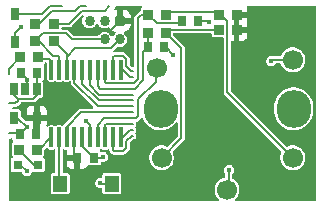
<source format=gtl>
%TF.GenerationSoftware,KiCad,Pcbnew,9.0.5*%
%TF.CreationDate,2025-10-03T12:10:51+01:00*%
%TF.ProjectId,vm_rotary_button,766d5f72-6f74-4617-9279-5f627574746f,0.4*%
%TF.SameCoordinates,PX5742de0PY47868c0*%
%TF.FileFunction,Copper,L1,Top*%
%TF.FilePolarity,Positive*%
%FSLAX45Y45*%
G04 Gerber Fmt 4.5, Leading zero omitted, Abs format (unit mm)*
G04 Created by KiCad (PCBNEW 9.0.5) date 2025-10-03 12:10:51*
%MOMM*%
%LPD*%
G01*
G04 APERTURE LIST*
G04 Aperture macros list*
%AMRoundRect*
0 Rectangle with rounded corners*
0 $1 Rounding radius*
0 $2 $3 $4 $5 $6 $7 $8 $9 X,Y pos of 4 corners*
0 Add a 4 corners polygon primitive as box body*
4,1,4,$2,$3,$4,$5,$6,$7,$8,$9,$2,$3,0*
0 Add four circle primitives for the rounded corners*
1,1,$1+$1,$2,$3*
1,1,$1+$1,$4,$5*
1,1,$1+$1,$6,$7*
1,1,$1+$1,$8,$9*
0 Add four rect primitives between the rounded corners*
20,1,$1+$1,$2,$3,$4,$5,0*
20,1,$1+$1,$4,$5,$6,$7,0*
20,1,$1+$1,$6,$7,$8,$9,0*
20,1,$1+$1,$8,$9,$2,$3,0*%
G04 Aperture macros list end*
%TA.AperFunction,SMDPad,CuDef*%
%ADD10C,0.125000*%
%TD*%
%TA.AperFunction,ComponentPad*%
%ADD11RoundRect,0.172720X-0.259080X-0.259080X0.259080X-0.259080X0.259080X0.259080X-0.259080X0.259080X0*%
%TD*%
%TA.AperFunction,ComponentPad*%
%ADD12C,0.863600*%
%TD*%
%TA.AperFunction,SMDPad,CuDef*%
%ADD13R,0.860000X0.810000*%
%TD*%
%TA.AperFunction,SMDPad,CuDef*%
%ADD14R,0.700000X1.000000*%
%TD*%
%TA.AperFunction,SMDPad,CuDef*%
%ADD15R,0.800000X0.800000*%
%TD*%
%TA.AperFunction,SMDPad,CuDef*%
%ADD16R,0.810000X0.860000*%
%TD*%
%TA.AperFunction,SMDPad,CuDef*%
%ADD17R,0.800000X0.900000*%
%TD*%
%TA.AperFunction,SMDPad,CuDef*%
%ADD18O,0.360000X1.740000*%
%TD*%
%TA.AperFunction,ComponentPad*%
%ADD19O,2.900000X3.200000*%
%TD*%
%TA.AperFunction,ComponentPad*%
%ADD20C,1.700000*%
%TD*%
%TA.AperFunction,SMDPad,CuDef*%
%ADD21R,1.230000X1.360000*%
%TD*%
%TA.AperFunction,SMDPad,CuDef*%
%ADD22R,0.750000X1.000000*%
%TD*%
%TA.AperFunction,ViaPad*%
%ADD23C,0.450000*%
%TD*%
%TA.AperFunction,Conductor*%
%ADD24C,0.200000*%
%TD*%
G04 APERTURE END LIST*
D10*
%TO.P,GS5,1,SWDIO~^*%
%TO.N,Net-(GS5-SWDIO~^)*%
X-450000Y825000D03*
%TD*%
%TO.P,GS3,1,JD_DATA*%
%TO.N,Net-(GS3-JD_DATA)*%
X-1300000Y250000D03*
%TD*%
D11*
%TO.P,J1,1,Vcc*%
%TO.N,+3V3*%
X-362500Y700000D03*
D12*
%TO.P,J1,2,SWDIO*%
%TO.N,/SWDIO*%
X-362500Y542520D03*
%TO.P,J1,3,GND*%
%TO.N,GND*%
X-489500Y700000D03*
%TO.P,J1,4,SWDCLK*%
%TO.N,/SWCLK*%
X-489500Y542520D03*
%TO.P,J1,5,~{RESET}*%
%TO.N,/nRESET*%
X-616500Y700000D03*
%TD*%
D13*
%TO.P,R7,1*%
%TO.N,/SWDIO*%
X-920000Y525000D03*
%TO.P,R7,2*%
%TO.N,Net-(GS5-SWDIO~^)*%
X-920000Y675000D03*
%TD*%
D10*
%TO.P,GS4,1,SWCLK*%
%TO.N,Net-(GS4-SWCLK)*%
X-650000Y825000D03*
%TD*%
D14*
%TO.P,U2,1,IN*%
%TO.N,JD_PWR*%
X-1065000Y120000D03*
%TO.P,U2,2,GND*%
%TO.N,GND*%
X-1160000Y120000D03*
%TO.P,U2,3,EN*%
%TO.N,JD_PWR*%
X-1255000Y120000D03*
%TO.P,U2,4,N/C*%
%TO.N,GND*%
X-1255000Y-120000D03*
%TO.P,U2,5,OUT*%
%TO.N,+3V3*%
X-1065000Y-120000D03*
%TD*%
D10*
%TO.P,GS6,1,RESET*%
%TO.N,Net-(D2-K)*%
X-850000Y825000D03*
%TD*%
D15*
%TO.P,D1,1*%
%TO.N,Net-(D1-Pad1)*%
X-1055000Y-520000D03*
%TO.P,D1,2*%
%TO.N,GND*%
X-1225000Y-520000D03*
%TD*%
D13*
%TO.P,R6,1*%
%TO.N,/SWCLK*%
X-1080000Y525000D03*
%TO.P,R6,2*%
%TO.N,Net-(GS4-SWCLK)*%
X-1080000Y675000D03*
%TD*%
D16*
%TO.P,R13,1*%
%TO.N,/ROT_B*%
X-122900Y600000D03*
%TO.P,R13,2*%
%TO.N,Net-(R10-Pad2)*%
X27100Y600000D03*
%TD*%
D17*
%TO.P,C3,1*%
%TO.N,+3V3*%
X-1070000Y-260000D03*
%TO.P,C3,2*%
%TO.N,GND*%
X-1210000Y-260000D03*
%TD*%
D18*
%TO.P,U1,1,PB7/PB8*%
%TO.N,/JD_STATUS*%
X-941000Y-287000D03*
%TO.P,U1,2,PB9/PC14-OSC32_IN*%
%TO.N,/nFLASH*%
X-876000Y-287000D03*
%TO.P,U1,3,PC15-OSC32_OUT*%
%TO.N,unconnected-(U1-PC15-OSC32_OUT-Pad3)*%
X-811000Y-287000D03*
%TO.P,U1,4,VDD/VDDA*%
%TO.N,+3V3*%
X-746000Y-287000D03*
%TO.P,U1,5,VSS/VSSA*%
%TO.N,GND*%
X-680000Y-287000D03*
%TO.P,U1,6,NRST*%
%TO.N,/nRESET*%
X-615000Y-287000D03*
%TO.P,U1,7,PA0*%
%TO.N,/ROT_SW*%
X-550000Y-287000D03*
%TO.P,U1,8,PA1*%
%TO.N,unconnected-(U1-PA1-Pad8)*%
X-485000Y-287000D03*
%TO.P,U1,9,PA2*%
%TO.N,unconnected-(U1-PA2-Pad9)*%
X-420000Y-287000D03*
%TO.P,U1,10,PA3*%
%TO.N,unconnected-(U1-PA3-Pad10)*%
X-355000Y-287000D03*
%TO.P,U1,11,PA4*%
%TO.N,unconnected-(U1-PA4-Pad11)*%
X-355000Y287000D03*
%TO.P,U1,12,PA5*%
%TO.N,unconnected-(U1-PA5-Pad12)*%
X-420000Y287000D03*
%TO.P,U1,13,PA6*%
%TO.N,/ROT_A*%
X-485000Y287000D03*
%TO.P,U1,14,PA7*%
%TO.N,/ROT_B*%
X-550000Y287000D03*
%TO.P,U1,15,PB0/PB1/PB2/PA8*%
%TO.N,unconnected-(U1-PB0{slash}PB1{slash}PB2{slash}PA8-Pad15)*%
X-615000Y287000D03*
%TO.P,U1,16,PA11[PA9]*%
%TO.N,unconnected-(U1-PA11[PA9]-Pad16)*%
X-680000Y287000D03*
%TO.P,U1,17,PA12[PA10]*%
%TO.N,unconnected-(U1-PA12[PA10]-Pad17)*%
X-746000Y287000D03*
%TO.P,U1,18,PA13*%
%TO.N,/SWDIO*%
X-811000Y287000D03*
%TO.P,U1,19,PA15/PA14-BOOT0*%
%TO.N,/SWCLK*%
X-876000Y287000D03*
%TO.P,U1,20,PB3/PB4/PB5/PB6*%
%TO.N,/JD_DATA_MCU*%
X-941000Y287000D03*
%TD*%
D19*
%TO.P,SW2,6,6*%
%TO.N,unconnected-(SW2-Pad6)*%
X1110100Y-45000D03*
%TO.P,SW2,7,7*%
%TO.N,unconnected-(SW2-Pad7)*%
X-14900Y-45000D03*
D20*
%TO.P,SW2,A,A*%
%TO.N,Net-(R11-Pad2)*%
X1102100Y-460000D03*
%TO.P,SW2,B,B*%
%TO.N,Net-(R10-Pad2)*%
X-7900Y-460000D03*
%TO.P,SW2,C,C*%
%TO.N,GND*%
X1102100Y370000D03*
%TO.P,SW2,D,D*%
%TO.N,/ROT_SW*%
X-47900Y300000D03*
%TO.P,SW2,E,E*%
%TO.N,GND*%
X547100Y-730000D03*
%TD*%
D16*
%TO.P,R12,1*%
%TO.N,/ROT_A*%
X-122900Y750000D03*
%TO.P,R12,2*%
%TO.N,Net-(R11-Pad2)*%
X27100Y750000D03*
%TD*%
D17*
%TO.P,C5,1*%
%TO.N,GND*%
X17000Y475000D03*
%TO.P,C5,2*%
%TO.N,/ROT_B*%
X-123000Y475000D03*
%TD*%
D21*
%TO.P,SW1,1,1*%
%TO.N,GND*%
X-430000Y-680000D03*
%TO.P,SW1,2,2*%
%TO.N,/nFLASH*%
X-866000Y-680000D03*
%TD*%
D10*
%TO.P,GS2,1,GND*%
%TO.N,GND*%
X-1300000Y-250000D03*
%TD*%
D16*
%TO.P,R10,1*%
%TO.N,+3V3*%
X627100Y625000D03*
%TO.P,R10,2*%
%TO.N,Net-(R10-Pad2)*%
X477100Y625000D03*
%TD*%
%TO.P,R11,1*%
%TO.N,+3V3*%
X627100Y750000D03*
%TO.P,R11,2*%
%TO.N,Net-(R11-Pad2)*%
X477100Y750000D03*
%TD*%
%TO.P,R5,1*%
%TO.N,/JD_DATA_MCU*%
X-1055000Y390000D03*
%TO.P,R5,2*%
%TO.N,Net-(GS3-JD_DATA)*%
X-1205000Y390000D03*
%TD*%
D17*
%TO.P,C1,1*%
%TO.N,+3V3*%
X-720000Y-460000D03*
%TO.P,C1,2*%
%TO.N,GND*%
X-580000Y-460000D03*
%TD*%
D10*
%TO.P,GS1,1,JD_PWR*%
%TO.N,JD_PWR*%
X-1300000Y0D03*
%TD*%
D17*
%TO.P,C2,1*%
%TO.N,JD_PWR*%
X-1060000Y260000D03*
%TO.P,C2,2*%
%TO.N,GND*%
X-1200000Y260000D03*
%TD*%
D16*
%TO.P,R1,1*%
%TO.N,/JD_STATUS*%
X-1065000Y-390000D03*
%TO.P,R1,2*%
%TO.N,Net-(D1-Pad1)*%
X-1215000Y-390000D03*
%TD*%
D17*
%TO.P,C4,1*%
%TO.N,/ROT_A*%
X162000Y700000D03*
%TO.P,C4,2*%
%TO.N,GND*%
X302000Y700000D03*
%TD*%
D22*
%TO.P,D2,1,K*%
%TO.N,Net-(D2-K)*%
X-1250000Y757000D03*
%TO.P,D2,2,A*%
%TO.N,/nRESET*%
X-1250000Y523000D03*
%TD*%
D23*
%TO.N,GND*%
X562100Y-560000D03*
X-1150000Y200000D03*
X-500000Y-450000D03*
X-1150000Y-575000D03*
X-525000Y-675000D03*
X-1150000Y-200000D03*
X92100Y410000D03*
X922100Y360000D03*
X392100Y690000D03*
%TO.N,+3V3*%
X-810000Y30000D03*
X-737500Y615800D03*
X-720000Y-600000D03*
%TO.N,/nRESET*%
X-650000Y-150000D03*
X-1200000Y650000D03*
%TD*%
D24*
%TO.N,GND*%
X1102100Y370000D02*
X932100Y370000D01*
X27100Y475000D02*
X92100Y410000D01*
X-1150000Y200000D02*
X-1150000Y210000D01*
X-520000Y-680000D02*
X-525000Y-675000D01*
X17100Y475000D02*
X27100Y475000D01*
X-1255000Y-120000D02*
X-1230000Y-120000D01*
X382100Y700000D02*
X392100Y690000D01*
X-1150000Y-200000D02*
X-1210000Y-260000D01*
X-1230000Y-120000D02*
X-1150000Y-200000D01*
X562100Y-715000D02*
X547100Y-730000D01*
X562100Y-560000D02*
X562100Y-715000D01*
X-1150000Y130000D02*
X-1160000Y120000D01*
X-1205000Y-520000D02*
X-1150000Y-575000D01*
X-580000Y-460000D02*
X-510000Y-460000D01*
X-680000Y-360000D02*
X-580000Y-460000D01*
X-1300000Y-250000D02*
X-1220000Y-250000D01*
X-1150000Y210000D02*
X-1200000Y260000D01*
X932100Y370000D02*
X922100Y360000D01*
X-680000Y-287000D02*
X-680000Y-360000D01*
X-1150000Y200000D02*
X-1150000Y130000D01*
X-1225000Y-520000D02*
X-1205000Y-520000D01*
X-1220000Y-250000D02*
X-1210000Y-260000D01*
X-430000Y-680000D02*
X-520000Y-680000D01*
X302100Y700000D02*
X382100Y700000D01*
X-510000Y-460000D02*
X-500000Y-450000D01*
%TO.N,+3V3*%
X-1065000Y-120000D02*
X-1065000Y-255000D01*
X-446700Y615800D02*
X-737500Y615800D01*
X-362500Y700000D02*
X-446700Y615800D01*
X-746000Y-434000D02*
X-720000Y-460000D01*
X-746000Y-287000D02*
X-746000Y-434000D01*
X627100Y750000D02*
X627100Y625000D01*
X-1065000Y-255000D02*
X-1070000Y-260000D01*
X-1045000Y-115000D02*
X-1045000Y-120000D01*
%TO.N,Net-(D1-Pad1)*%
X-1085000Y-520000D02*
X-1055000Y-520000D01*
X-1215000Y-390000D02*
X-1085000Y-520000D01*
%TO.N,/SWDIO*%
X-438390Y466630D02*
X-738370Y466630D01*
X-362500Y542520D02*
X-438390Y466630D01*
X-920000Y525000D02*
X-811000Y416000D01*
X-738370Y466630D02*
X-811000Y394000D01*
X-811000Y394000D02*
X-811000Y287000D01*
X-811000Y416000D02*
X-811000Y287000D01*
%TO.N,/SWCLK*%
X-1009400Y595600D02*
X-1080000Y525000D01*
X-766766Y542520D02*
X-489500Y542520D01*
X-876000Y394000D02*
X-876000Y287000D01*
X-925400Y404100D02*
X-886100Y404100D01*
X-1046300Y525000D02*
X-925400Y404100D01*
X-1060000Y525000D02*
X-1046300Y525000D01*
X-886100Y404100D02*
X-876000Y394000D01*
X-819846Y595600D02*
X-1009400Y595600D01*
X-819846Y595600D02*
X-766766Y542520D01*
%TO.N,/nRESET*%
X-615000Y-287000D02*
X-615000Y-185000D01*
X-615000Y-185000D02*
X-650000Y-150000D01*
X-1250000Y600000D02*
X-1200000Y650000D01*
X-1250000Y523000D02*
X-1250000Y600000D01*
%TO.N,/JD_STATUS*%
X-1065000Y-390000D02*
X-1044000Y-390000D01*
X-1044000Y-390000D02*
X-941000Y-287000D01*
%TO.N,/nFLASH*%
X-876000Y-287000D02*
X-876000Y-670000D01*
X-876000Y-670000D02*
X-866000Y-680000D01*
%TO.N,unconnected-(U1-PA5-Pad12)*%
X-268431Y275000D02*
X-250000Y275000D01*
X-420000Y394000D02*
X-409900Y404100D01*
X-409900Y404100D02*
X-335076Y404100D01*
X-306900Y375924D02*
X-306900Y313469D01*
X-420000Y287000D02*
X-420000Y394000D01*
X-306900Y313469D02*
X-268431Y275000D01*
X-335076Y404100D02*
X-306900Y375924D01*
%TO.N,unconnected-(U1-PC15-OSC32_OUT-Pad3)*%
X-690500Y-75000D02*
X-250000Y-75000D01*
X-811000Y-287000D02*
X-811000Y-195500D01*
X-811000Y-195500D02*
X-690500Y-75000D01*
%TO.N,unconnected-(U1-PA2-Pad9)*%
X-335076Y-404100D02*
X-306900Y-375924D01*
X-306900Y-375924D02*
X-306900Y-319973D01*
X-261927Y-275000D02*
X-250000Y-275000D01*
X-420000Y-287000D02*
X-420000Y-394000D01*
X-420000Y-394000D02*
X-409900Y-404100D01*
X-409900Y-404100D02*
X-335076Y-404100D01*
X-306900Y-319973D02*
X-261927Y-275000D01*
%TO.N,unconnected-(U1-PA1-Pad8)*%
X-330100Y-169900D02*
X-325000Y-175000D01*
X-485000Y-180000D02*
X-474900Y-169900D01*
X-474900Y-169900D02*
X-330100Y-169900D01*
X-325000Y-175000D02*
X-250000Y-175000D01*
X-485000Y-287000D02*
X-485000Y-180000D01*
%TO.N,unconnected-(U1-PA11[PA9]-Pad16)*%
X-680000Y165000D02*
X-540000Y25000D01*
X-540000Y25000D02*
X-250000Y25000D01*
X-680000Y287000D02*
X-680000Y165000D01*
%TO.N,unconnected-(U1-PB0{slash}PB1{slash}PB2{slash}PA8-Pad15)*%
X-615000Y156710D02*
X-533290Y75000D01*
X-533290Y75000D02*
X-250000Y75000D01*
X-615000Y287000D02*
X-615000Y156710D01*
%TO.N,unconnected-(U1-PA3-Pad10)*%
X-355000Y-287000D02*
X-337000Y-287000D01*
X-275000Y-225000D02*
X-250000Y-225000D01*
X-337000Y-287000D02*
X-275000Y-225000D01*
%TO.N,unconnected-(U1-PA12[PA10]-Pad17)*%
X-746000Y171000D02*
X-550000Y-25000D01*
X-550000Y-25000D02*
X-250000Y-25000D01*
X-746000Y287000D02*
X-746000Y171000D01*
%TO.N,unconnected-(U1-PA4-Pad11)*%
X-337000Y287000D02*
X-275000Y225000D01*
X-275000Y225000D02*
X-250000Y225000D01*
X-355000Y287000D02*
X-337000Y287000D01*
%TO.N,JD_PWR*%
X-1225100Y39900D02*
X-1200000Y39900D01*
X-1065000Y69800D02*
X-1065000Y120000D01*
X-1225100Y24900D02*
X-1250000Y0D01*
X-1094900Y39900D02*
X-1065000Y69800D01*
X-1065000Y120000D02*
X-1065000Y255000D01*
X-1225100Y39900D02*
X-1225100Y24900D01*
X-1255000Y120000D02*
X-1255000Y69800D01*
X-1255000Y69800D02*
X-1225100Y39900D01*
X-1200000Y39900D02*
X-1094900Y39900D01*
X-1065000Y255000D02*
X-1060000Y260000D01*
X-1300000Y0D02*
X-1250000Y0D01*
%TO.N,Net-(GS3-JD_DATA)*%
X-1300000Y295000D02*
X-1300000Y250000D01*
X-1205000Y390000D02*
X-1300000Y295000D01*
%TO.N,/JD_DATA_MCU*%
X-950000Y370000D02*
X-950000Y296000D01*
X-959800Y379800D02*
X-950000Y370000D01*
X-1044800Y379800D02*
X-959800Y379800D01*
X-950000Y296000D02*
X-941000Y287000D01*
X-1055000Y390000D02*
X-1044800Y379800D01*
%TO.N,Net-(D2-K)*%
X-954527Y825000D02*
X-850000Y825000D01*
X-1022527Y757000D02*
X-954527Y825000D01*
X-1250000Y757000D02*
X-1022527Y757000D01*
%TO.N,Net-(GS4-SWCLK)*%
X-1080000Y675000D02*
X-1047959Y675000D01*
X-1047959Y675000D02*
X-938059Y784900D01*
X-699451Y825000D02*
X-650000Y825000D01*
X-739551Y784900D02*
X-699451Y825000D01*
X-938059Y784900D02*
X-739551Y784900D01*
%TO.N,Net-(GS5-SWDIO~^)*%
X-920000Y675000D02*
X-792882Y675000D01*
X-792882Y675000D02*
X-682982Y784900D01*
X-490100Y784900D02*
X-450000Y825000D01*
X-682982Y784900D02*
X-490100Y784900D01*
%TO.N,/ROT_A*%
X-207800Y208390D02*
X-241190Y175000D01*
X-330100Y169900D02*
X-474900Y169900D01*
X-122900Y750000D02*
X-49800Y676900D01*
X-49800Y676900D02*
X139000Y676900D01*
X-122900Y750000D02*
X-183400Y750000D01*
X139000Y676900D02*
X162100Y700000D01*
X-183400Y750000D02*
X-207800Y725600D01*
X-325000Y175000D02*
X-330100Y169900D01*
X-241190Y175000D02*
X-325000Y175000D01*
X-207800Y725600D02*
X-207800Y208390D01*
X-474900Y169900D02*
X-485000Y180000D01*
X-485000Y180000D02*
X-485000Y287000D01*
%TO.N,/ROT_B*%
X-163000Y434900D02*
X-163000Y196480D01*
X-122900Y625000D02*
X-122900Y500000D01*
X-122900Y475000D02*
X-163000Y434900D01*
X-526580Y125000D02*
X-550000Y148420D01*
X-163000Y196480D02*
X-234480Y125000D01*
X-550000Y148420D02*
X-550000Y287000D01*
X-234480Y125000D02*
X-526580Y125000D01*
%TO.N,Net-(R11-Pad2)*%
X495800Y750000D02*
X477100Y750000D01*
X547700Y698100D02*
X495800Y750000D01*
X27100Y750000D02*
X52200Y775100D01*
X52200Y775100D02*
X452000Y775100D01*
X547700Y94400D02*
X547700Y698100D01*
X1102100Y-460000D02*
X547700Y94400D01*
X452000Y775100D02*
X477100Y750000D01*
%TO.N,Net-(R10-Pad2)*%
X160200Y466900D02*
X27100Y600000D01*
X160200Y-291900D02*
X160200Y466900D01*
X-7900Y-460000D02*
X160200Y-291900D01*
X27100Y625000D02*
X477100Y625000D01*
%TO.N,/ROT_SW*%
X-550000Y-180000D02*
X-550000Y-287000D01*
X-57900Y184629D02*
X-207800Y34729D01*
X-207800Y-107800D02*
X-225000Y-125000D01*
X-207800Y34729D02*
X-207800Y-107800D01*
X-225000Y-125000D02*
X-495000Y-125000D01*
X-495000Y-125000D02*
X-550000Y-180000D01*
X-57900Y300000D02*
X-57900Y184629D01*
%TD*%
%TA.AperFunction,Conductor*%
%TO.N,+3V3*%
G36*
X1297783Y822783D02*
G01*
X1299950Y817550D01*
X1299950Y-817550D01*
X1297783Y-822783D01*
X1292550Y-824950D01*
X618477Y-824950D01*
X613244Y-822783D01*
X611077Y-817550D01*
X613244Y-812317D01*
X613807Y-811856D01*
X613785Y-811828D01*
X614066Y-811598D01*
X628698Y-796966D01*
X628698Y-796965D01*
X640194Y-779760D01*
X648113Y-760642D01*
X652150Y-740346D01*
X652150Y-719653D01*
X648113Y-699358D01*
X640194Y-680240D01*
X628698Y-663035D01*
X614066Y-648402D01*
X596860Y-636906D01*
X596860Y-636906D01*
X596859Y-636906D01*
X596858Y-636905D01*
X596717Y-636847D01*
X596681Y-636810D01*
X596538Y-636734D01*
X596561Y-636691D01*
X592713Y-632841D01*
X592150Y-630010D01*
X592150Y-593190D01*
X594317Y-587957D01*
X596149Y-586126D01*
X601750Y-576424D01*
X604650Y-565602D01*
X604650Y-565602D01*
X604650Y-554398D01*
X604650Y-554398D01*
X604640Y-554360D01*
X601750Y-543576D01*
X596149Y-533874D01*
X588226Y-525952D01*
X586665Y-525050D01*
X578524Y-520350D01*
X578523Y-520349D01*
X567702Y-517450D01*
X567702Y-517450D01*
X556498Y-517450D01*
X556498Y-517450D01*
X545677Y-520349D01*
X545676Y-520350D01*
X535974Y-525952D01*
X528052Y-533874D01*
X522450Y-543576D01*
X522449Y-543577D01*
X519550Y-554398D01*
X519550Y-565602D01*
X522449Y-576423D01*
X522450Y-576424D01*
X528052Y-586126D01*
X529883Y-587957D01*
X532050Y-593190D01*
X532050Y-619812D01*
X529883Y-625045D01*
X526094Y-627070D01*
X516458Y-628987D01*
X516458Y-628987D01*
X497340Y-636906D01*
X480134Y-648402D01*
X480134Y-648402D01*
X465502Y-663034D01*
X465502Y-663035D01*
X454006Y-680240D01*
X446087Y-699358D01*
X446087Y-699359D01*
X442050Y-719653D01*
X442050Y-740346D01*
X446087Y-760641D01*
X446087Y-760642D01*
X454006Y-779760D01*
X465502Y-796965D01*
X480134Y-811598D01*
X480415Y-811828D01*
X480252Y-812027D01*
X482979Y-816099D01*
X481880Y-821655D01*
X477174Y-824806D01*
X475723Y-824950D01*
X-1292550Y-824950D01*
X-1297783Y-822783D01*
X-1299950Y-817550D01*
X-1299950Y-306914D01*
X-1297783Y-301682D01*
X-1293921Y-299778D01*
X-1293942Y-299698D01*
X-1293540Y-299590D01*
X-1293515Y-299578D01*
X-1293475Y-299572D01*
X-1293474Y-299572D01*
X-1280866Y-296194D01*
X-1280865Y-296194D01*
X-1280418Y-296008D01*
X-1280318Y-296249D01*
X-1275536Y-295618D01*
X-1271042Y-299065D01*
X-1270050Y-302767D01*
X-1270050Y-306975D01*
X-1268887Y-312823D01*
X-1264218Y-319811D01*
X-1263113Y-325366D01*
X-1266259Y-330075D01*
X-1269955Y-332545D01*
X-1269955Y-332545D01*
X-1274387Y-339177D01*
X-1274387Y-339177D01*
X-1275550Y-345025D01*
X-1275550Y-434975D01*
X-1275059Y-437444D01*
X-1274387Y-440823D01*
X-1273302Y-442447D01*
X-1269955Y-447455D01*
X-1269716Y-447615D01*
X-1269556Y-447854D01*
X-1269440Y-447970D01*
X-1269463Y-447993D01*
X-1266569Y-452324D01*
X-1267674Y-457879D01*
X-1272383Y-461026D01*
X-1272500Y-461049D01*
X-1272823Y-461113D01*
X-1279455Y-465545D01*
X-1279455Y-465545D01*
X-1283887Y-472177D01*
X-1285050Y-478025D01*
X-1285050Y-561975D01*
X-1283887Y-567823D01*
X-1280939Y-572234D01*
X-1279455Y-574455D01*
X-1275044Y-577403D01*
X-1272823Y-578887D01*
X-1272823Y-578887D01*
X-1272823Y-578887D01*
X-1266975Y-580050D01*
X-1198376Y-580050D01*
X-1193144Y-582217D01*
X-1191228Y-585535D01*
X-1189651Y-591423D01*
X-1189650Y-591424D01*
X-1186116Y-597545D01*
X-1184049Y-601126D01*
X-1176126Y-609049D01*
X-1166424Y-614650D01*
X-1155602Y-617550D01*
X-1155602Y-617550D01*
X-1155602Y-617550D01*
X-1144398Y-617550D01*
X-1144398Y-617550D01*
X-1133576Y-614650D01*
X-1123874Y-609049D01*
X-1115952Y-601126D01*
X-1110350Y-591424D01*
X-1108573Y-584794D01*
X-1105126Y-580301D01*
X-1099982Y-579452D01*
X-1096975Y-580050D01*
X-1096975Y-580050D01*
X-1013025Y-580050D01*
X-1013025Y-580050D01*
X-1007177Y-578887D01*
X-1000545Y-574455D01*
X-996113Y-567823D01*
X-994950Y-561975D01*
X-994950Y-478025D01*
X-996113Y-472177D01*
X-997336Y-470346D01*
X-999957Y-466424D01*
X-1000545Y-465545D01*
X-1002766Y-464061D01*
X-1007177Y-461113D01*
X-1007177Y-461113D01*
X-1007462Y-461056D01*
X-1007617Y-461026D01*
X-1012326Y-457879D01*
X-1013431Y-452324D01*
X-1010537Y-447993D01*
X-1010560Y-447970D01*
X-1010444Y-447854D01*
X-1010284Y-447615D01*
X-1010045Y-447455D01*
X-1005613Y-440823D01*
X-1004450Y-434975D01*
X-1004450Y-396012D01*
X-1002283Y-390780D01*
X-985374Y-373871D01*
X-980142Y-371704D01*
X-974909Y-373871D01*
X-973733Y-375404D01*
X-972002Y-378402D01*
X-971448Y-379363D01*
X-964363Y-386448D01*
X-955687Y-391457D01*
X-946010Y-394050D01*
X-946010Y-394050D01*
X-946009Y-394050D01*
X-935990Y-394050D01*
X-935990Y-394050D01*
X-926313Y-391457D01*
X-919499Y-387522D01*
X-917217Y-386205D01*
X-917072Y-386456D01*
X-912487Y-385225D01*
X-907581Y-388055D01*
X-906050Y-392562D01*
X-906050Y-584550D01*
X-908217Y-589783D01*
X-913450Y-591950D01*
X-929475Y-591950D01*
X-932399Y-592532D01*
X-935323Y-593113D01*
X-941955Y-597545D01*
X-941955Y-597545D01*
X-946387Y-604177D01*
X-947550Y-610025D01*
X-947550Y-749975D01*
X-946387Y-755823D01*
X-943439Y-760234D01*
X-941955Y-762455D01*
X-937544Y-765403D01*
X-935323Y-766887D01*
X-935323Y-766887D01*
X-935323Y-766887D01*
X-929475Y-768050D01*
X-929475Y-768050D01*
X-802525Y-768050D01*
X-802525Y-768050D01*
X-796677Y-766887D01*
X-790045Y-762455D01*
X-785613Y-755823D01*
X-784450Y-749975D01*
X-784450Y-669398D01*
X-567550Y-669398D01*
X-567550Y-680602D01*
X-564651Y-691423D01*
X-564650Y-691424D01*
X-564650Y-691424D01*
X-559049Y-701126D01*
X-551126Y-709048D01*
X-541424Y-714650D01*
X-530602Y-717550D01*
X-530602Y-717550D01*
X-518950Y-717550D01*
X-513717Y-719717D01*
X-511550Y-724950D01*
X-511550Y-749975D01*
X-510387Y-755823D01*
X-507439Y-760234D01*
X-505955Y-762455D01*
X-501544Y-765403D01*
X-499323Y-766887D01*
X-499323Y-766887D01*
X-499323Y-766887D01*
X-493475Y-768050D01*
X-493475Y-768050D01*
X-366525Y-768050D01*
X-366525Y-768050D01*
X-360677Y-766887D01*
X-354045Y-762455D01*
X-349613Y-755823D01*
X-348450Y-749975D01*
X-348450Y-610025D01*
X-349613Y-604177D01*
X-354045Y-597545D01*
X-356266Y-596061D01*
X-360677Y-593113D01*
X-360677Y-593113D01*
X-363601Y-592532D01*
X-366525Y-591950D01*
X-493475Y-591950D01*
X-496399Y-592532D01*
X-499323Y-593113D01*
X-505955Y-597545D01*
X-505955Y-597545D01*
X-510387Y-604177D01*
X-511550Y-610025D01*
X-511550Y-625050D01*
X-513717Y-630283D01*
X-518950Y-632450D01*
X-530602Y-632450D01*
X-541423Y-635350D01*
X-541424Y-635350D01*
X-551126Y-640952D01*
X-559049Y-648874D01*
X-564650Y-658576D01*
X-564651Y-658577D01*
X-567550Y-669398D01*
X-784450Y-669398D01*
X-784450Y-610025D01*
X-785613Y-604177D01*
X-790045Y-597545D01*
X-792266Y-596061D01*
X-796677Y-593113D01*
X-796677Y-593113D01*
X-799601Y-592532D01*
X-802525Y-591950D01*
X-802525Y-591950D01*
X-838550Y-591950D01*
X-843783Y-589783D01*
X-845950Y-584550D01*
X-845950Y-509783D01*
X-810000Y-509783D01*
X-809360Y-515737D01*
X-809360Y-515738D01*
X-804335Y-529209D01*
X-804335Y-529209D01*
X-795719Y-540719D01*
X-784209Y-549335D01*
X-784209Y-549335D01*
X-770738Y-554360D01*
X-770738Y-554360D01*
X-764783Y-555000D01*
X-745000Y-555000D01*
X-745000Y-485000D01*
X-810000Y-485000D01*
X-810000Y-509783D01*
X-845950Y-509783D01*
X-845950Y-392562D01*
X-843783Y-387330D01*
X-838550Y-385162D01*
X-834898Y-386403D01*
X-834783Y-386205D01*
X-832501Y-387522D01*
X-825687Y-391457D01*
X-816009Y-394050D01*
X-816009Y-394050D01*
X-815529Y-394113D01*
X-815556Y-394320D01*
X-810976Y-396217D01*
X-808809Y-401450D01*
X-809275Y-404036D01*
X-809360Y-404262D01*
X-810000Y-410217D01*
X-810000Y-435000D01*
X-727400Y-435000D01*
X-722167Y-437167D01*
X-720000Y-442400D01*
X-720000Y-460000D01*
X-702400Y-460000D01*
X-697167Y-462167D01*
X-695000Y-467400D01*
X-695000Y-555000D01*
X-675217Y-555000D01*
X-669263Y-554360D01*
X-669262Y-554360D01*
X-655791Y-549335D01*
X-655791Y-549335D01*
X-644281Y-540719D01*
X-635665Y-529209D01*
X-635476Y-528703D01*
X-631617Y-524558D01*
X-627099Y-524031D01*
X-621975Y-525050D01*
X-621975Y-525050D01*
X-538025Y-525050D01*
X-538025Y-525050D01*
X-532177Y-523887D01*
X-525545Y-519455D01*
X-521113Y-512823D01*
X-519950Y-506975D01*
X-519950Y-498349D01*
X-517783Y-493117D01*
X-512550Y-490949D01*
X-510635Y-491201D01*
X-507001Y-492175D01*
X-505602Y-492550D01*
X-505602Y-492550D01*
X-505602Y-492550D01*
X-494398Y-492550D01*
X-494398Y-492550D01*
X-483576Y-489650D01*
X-473874Y-484048D01*
X-465951Y-476126D01*
X-460350Y-466424D01*
X-457450Y-455602D01*
X-457450Y-455602D01*
X-457450Y-444398D01*
X-457450Y-444398D01*
X-458408Y-440823D01*
X-460350Y-433576D01*
X-465951Y-423874D01*
X-473874Y-415951D01*
X-476879Y-414216D01*
X-483576Y-410350D01*
X-483577Y-410349D01*
X-489796Y-408683D01*
X-489797Y-408683D01*
X-494398Y-407450D01*
X-505602Y-407450D01*
X-513481Y-409561D01*
X-514752Y-409394D01*
X-515970Y-409791D01*
X-517199Y-409072D01*
X-519096Y-408822D01*
X-521019Y-407224D01*
X-521305Y-406891D01*
X-525545Y-400545D01*
X-528323Y-398688D01*
X-528986Y-397913D01*
X-529572Y-396117D01*
X-530621Y-394546D01*
X-530418Y-393521D01*
X-530741Y-392529D01*
X-529885Y-390844D01*
X-529516Y-388991D01*
X-528422Y-387966D01*
X-528175Y-387480D01*
X-527757Y-387344D01*
X-527063Y-386694D01*
X-526637Y-386448D01*
X-522733Y-382543D01*
X-517500Y-380376D01*
X-512267Y-382543D01*
X-508363Y-386448D01*
X-499687Y-391457D01*
X-495166Y-392668D01*
X-490009Y-394050D01*
X-487557Y-394050D01*
X-479990Y-394050D01*
X-479990Y-394050D01*
X-470313Y-391457D01*
X-463499Y-387522D01*
X-461217Y-386205D01*
X-461072Y-386456D01*
X-456487Y-385225D01*
X-451581Y-388055D01*
X-450050Y-392562D01*
X-450050Y-397956D01*
X-448002Y-405598D01*
X-448002Y-405599D01*
X-447064Y-407224D01*
X-445259Y-410350D01*
X-444046Y-412451D01*
X-428351Y-428146D01*
X-428351Y-428146D01*
X-428351Y-428146D01*
X-423535Y-430927D01*
X-421499Y-432102D01*
X-413856Y-434150D01*
X-413856Y-434150D01*
X-331120Y-434150D01*
X-331120Y-434150D01*
X-323477Y-432102D01*
X-316625Y-428146D01*
X-311030Y-422551D01*
X-282854Y-394375D01*
X-280354Y-390044D01*
X-278898Y-387523D01*
X-276850Y-379880D01*
X-276850Y-379880D01*
X-276850Y-335485D01*
X-274683Y-330252D01*
X-251648Y-307217D01*
X-246415Y-305050D01*
X-246044Y-305050D01*
X-246044Y-305050D01*
X-238401Y-303002D01*
X-231549Y-299046D01*
X-225954Y-293451D01*
X-221998Y-286599D01*
X-219950Y-278956D01*
X-219950Y-278956D01*
X-219950Y-271044D01*
X-219950Y-271044D01*
X-221998Y-263401D01*
X-221998Y-263401D01*
X-225954Y-256549D01*
X-227270Y-255233D01*
X-229438Y-250000D01*
X-227270Y-244767D01*
X-225954Y-243451D01*
X-221998Y-236599D01*
X-219950Y-228956D01*
X-219950Y-228956D01*
X-219950Y-221044D01*
X-219950Y-221043D01*
X-221998Y-213401D01*
X-221998Y-213401D01*
X-223770Y-210332D01*
X-225954Y-206549D01*
X-227270Y-205233D01*
X-229438Y-200000D01*
X-227270Y-194767D01*
X-226742Y-194239D01*
X-225954Y-193451D01*
X-221998Y-186599D01*
X-219950Y-178956D01*
X-219950Y-178956D01*
X-219950Y-171044D01*
X-219950Y-171044D01*
X-220052Y-170664D01*
X-221998Y-163401D01*
X-222106Y-162996D01*
X-221367Y-157381D01*
X-216874Y-153933D01*
X-214943Y-153415D01*
X-213401Y-153002D01*
X-206549Y-149046D01*
X-183754Y-126251D01*
X-182083Y-123357D01*
X-181291Y-121985D01*
X-176798Y-118537D01*
X-171183Y-119276D01*
X-168064Y-123127D01*
X-167969Y-123088D01*
X-167858Y-123357D01*
X-156064Y-146505D01*
X-156063Y-146505D01*
X-140794Y-167522D01*
X-140793Y-167523D01*
X-122423Y-185893D01*
X-122423Y-185893D01*
X-122422Y-185893D01*
X-102257Y-200545D01*
X-101405Y-201163D01*
X-78257Y-212958D01*
X-78257Y-212958D01*
X-78257Y-212958D01*
X-53550Y-220986D01*
X-53550Y-220986D01*
X-53549Y-220986D01*
X-36443Y-223695D01*
X-27890Y-225050D01*
X-27890Y-225050D01*
X-1910Y-225050D01*
X4505Y-224034D01*
X23749Y-220986D01*
X23750Y-220986D01*
X23750Y-220986D01*
X37791Y-216424D01*
X48457Y-212958D01*
X71605Y-201163D01*
X92623Y-185893D01*
X110993Y-167523D01*
X116763Y-159581D01*
X121592Y-156622D01*
X127100Y-157944D01*
X130059Y-162773D01*
X130150Y-163930D01*
X130150Y-276388D01*
X127983Y-281620D01*
X45948Y-363655D01*
X40715Y-365822D01*
X37884Y-365259D01*
X22742Y-358987D01*
X22741Y-358987D01*
X7452Y-355945D01*
X2447Y-354950D01*
X-18247Y-354950D01*
X-22261Y-355749D01*
X-38541Y-358987D01*
X-38542Y-358987D01*
X-57660Y-366906D01*
X-74866Y-378402D01*
X-74866Y-378402D01*
X-89498Y-393034D01*
X-89498Y-393034D01*
X-100994Y-410240D01*
X-108913Y-429358D01*
X-108913Y-429359D01*
X-111194Y-440823D01*
X-112950Y-449653D01*
X-112950Y-470346D01*
X-112586Y-472177D01*
X-108913Y-490641D01*
X-108913Y-490642D01*
X-100994Y-509760D01*
X-90175Y-525952D01*
X-89498Y-526966D01*
X-74866Y-541598D01*
X-57660Y-553094D01*
X-38542Y-561013D01*
X-18247Y-565050D01*
X-18246Y-565050D01*
X2446Y-565050D01*
X2447Y-565050D01*
X22742Y-561013D01*
X41860Y-553094D01*
X59065Y-541598D01*
X73698Y-526966D01*
X85194Y-509760D01*
X93113Y-490642D01*
X97150Y-470346D01*
X97150Y-449653D01*
X93113Y-429358D01*
X86841Y-414216D01*
X86841Y-408553D01*
X88445Y-406152D01*
X184246Y-310351D01*
X187075Y-305451D01*
X188202Y-303499D01*
X190250Y-295856D01*
X190250Y-295856D01*
X190250Y470856D01*
X190250Y470856D01*
X190205Y471025D01*
X189126Y475050D01*
X188202Y478499D01*
X188202Y478499D01*
X184246Y485351D01*
X89817Y579780D01*
X87650Y585012D01*
X87650Y587550D01*
X89817Y592783D01*
X95050Y594950D01*
X409150Y594950D01*
X414383Y592783D01*
X416550Y587550D01*
X416550Y580025D01*
X417325Y576126D01*
X417713Y574177D01*
X419661Y571262D01*
X422145Y567545D01*
X423041Y566946D01*
X428777Y563113D01*
X428777Y563113D01*
X428777Y563113D01*
X434625Y561950D01*
X510250Y561950D01*
X515483Y559783D01*
X517650Y554550D01*
X517650Y90444D01*
X519698Y82802D01*
X519698Y82801D01*
X522745Y77523D01*
X522745Y77523D01*
X523654Y75949D01*
X523654Y75949D01*
X1005755Y-406152D01*
X1007922Y-411384D01*
X1007359Y-414216D01*
X1001087Y-429358D01*
X1001087Y-429359D01*
X998806Y-440823D01*
X997050Y-449653D01*
X997050Y-470346D01*
X997414Y-472177D01*
X1001087Y-490641D01*
X1001087Y-490642D01*
X1009006Y-509760D01*
X1019825Y-525952D01*
X1020502Y-526966D01*
X1035134Y-541598D01*
X1052340Y-553094D01*
X1071458Y-561013D01*
X1091754Y-565050D01*
X1091754Y-565050D01*
X1112446Y-565050D01*
X1112447Y-565050D01*
X1132742Y-561013D01*
X1151860Y-553094D01*
X1169066Y-541598D01*
X1183698Y-526966D01*
X1195194Y-509760D01*
X1203113Y-490642D01*
X1207150Y-470346D01*
X1207150Y-449653D01*
X1203113Y-429358D01*
X1195194Y-410240D01*
X1183698Y-393034D01*
X1169066Y-378402D01*
X1165183Y-375808D01*
X1151860Y-366906D01*
X1132742Y-358987D01*
X1132741Y-358987D01*
X1117452Y-355945D01*
X1112447Y-354950D01*
X1091754Y-354950D01*
X1087739Y-355749D01*
X1071459Y-358987D01*
X1071458Y-358987D01*
X1056316Y-365259D01*
X1050653Y-365259D01*
X1048252Y-363655D01*
X701607Y-17010D01*
X945050Y-17010D01*
X945050Y-72990D01*
X949114Y-98649D01*
X949114Y-98650D01*
X957142Y-123357D01*
X957142Y-123357D01*
X968936Y-146505D01*
X968937Y-146505D01*
X984206Y-167522D01*
X984207Y-167523D01*
X1002577Y-185893D01*
X1002577Y-185893D01*
X1002577Y-185893D01*
X1022743Y-200545D01*
X1023595Y-201163D01*
X1046743Y-212958D01*
X1046743Y-212958D01*
X1046743Y-212958D01*
X1071450Y-220986D01*
X1071450Y-220986D01*
X1071451Y-220986D01*
X1088557Y-223695D01*
X1097110Y-225050D01*
X1097110Y-225050D01*
X1123090Y-225050D01*
X1129505Y-224034D01*
X1148749Y-220986D01*
X1148750Y-220986D01*
X1148750Y-220986D01*
X1162791Y-216424D01*
X1173457Y-212958D01*
X1196605Y-201163D01*
X1217623Y-185893D01*
X1235993Y-167523D01*
X1251263Y-146505D01*
X1263058Y-123357D01*
X1268227Y-107450D01*
X1271086Y-98650D01*
X1271086Y-98650D01*
X1271086Y-98649D01*
X1275150Y-72990D01*
X1275150Y-17010D01*
X1271086Y8649D01*
X1271086Y8650D01*
X1271086Y8650D01*
X1263058Y33357D01*
X1263058Y33357D01*
X1256299Y46622D01*
X1251263Y56505D01*
X1235993Y77523D01*
X1217623Y95893D01*
X1217623Y95893D01*
X1217622Y95893D01*
X1196605Y111163D01*
X1196605Y111164D01*
X1173457Y122958D01*
X1173457Y122958D01*
X1148750Y130986D01*
X1148749Y130986D01*
X1123090Y135050D01*
X1123090Y135050D01*
X1097110Y135050D01*
X1097110Y135050D01*
X1071451Y130986D01*
X1071450Y130986D01*
X1046743Y122958D01*
X1046743Y122958D01*
X1023595Y111164D01*
X1023595Y111163D01*
X1002577Y95893D01*
X1002577Y95893D01*
X984207Y77523D01*
X983063Y75949D01*
X968937Y56505D01*
X968936Y56505D01*
X957142Y33357D01*
X957142Y33357D01*
X949114Y8650D01*
X949114Y8649D01*
X945050Y-17010D01*
X701607Y-17010D01*
X579917Y104680D01*
X577750Y109912D01*
X577750Y365602D01*
X879550Y365602D01*
X879550Y354398D01*
X882449Y343577D01*
X882450Y343576D01*
X886679Y336250D01*
X888051Y333874D01*
X895974Y325952D01*
X905676Y320350D01*
X916498Y317450D01*
X916498Y317450D01*
X916498Y317450D01*
X927702Y317450D01*
X927702Y317450D01*
X938524Y320350D01*
X948226Y325952D01*
X956148Y333874D01*
X957520Y336250D01*
X962014Y339698D01*
X963929Y339950D01*
X995897Y339950D01*
X1001130Y337783D01*
X1002734Y335382D01*
X1006640Y325952D01*
X1009006Y320240D01*
X1019183Y305010D01*
X1020502Y303035D01*
X1035134Y288402D01*
X1052340Y276906D01*
X1071458Y268987D01*
X1091754Y264950D01*
X1091754Y264950D01*
X1112446Y264950D01*
X1112447Y264950D01*
X1132742Y268987D01*
X1151860Y276906D01*
X1169066Y288402D01*
X1183698Y303035D01*
X1195194Y320240D01*
X1203113Y339358D01*
X1207150Y359653D01*
X1207150Y380346D01*
X1203113Y400642D01*
X1195194Y419760D01*
X1183698Y436965D01*
X1169066Y451598D01*
X1167371Y452730D01*
X1151860Y463094D01*
X1132742Y471013D01*
X1132741Y471013D01*
X1117452Y474054D01*
X1112447Y475050D01*
X1091754Y475050D01*
X1087739Y474251D01*
X1071459Y471013D01*
X1071458Y471013D01*
X1052340Y463094D01*
X1035134Y451598D01*
X1035134Y451598D01*
X1020502Y436966D01*
X1020502Y436965D01*
X1009006Y419760D01*
X1008296Y418046D01*
X1003050Y405382D01*
X1002734Y404618D01*
X998729Y400613D01*
X995897Y400050D01*
X938006Y400050D01*
X936091Y400302D01*
X927702Y402550D01*
X916498Y402550D01*
X916498Y402550D01*
X905677Y399650D01*
X905676Y399650D01*
X895974Y394048D01*
X888051Y386126D01*
X882450Y376424D01*
X882449Y376423D01*
X879550Y365602D01*
X577750Y365602D01*
X577750Y524600D01*
X579917Y529833D01*
X585150Y532000D01*
X602100Y532000D01*
X652100Y532000D01*
X672383Y532000D01*
X678338Y532640D01*
X678338Y532640D01*
X691809Y537665D01*
X691809Y537665D01*
X703319Y546281D01*
X711935Y557791D01*
X711935Y557791D01*
X716960Y571262D01*
X716960Y571263D01*
X717600Y577217D01*
X717600Y600000D01*
X652100Y600000D01*
X652100Y532000D01*
X602100Y532000D01*
X602100Y650000D01*
X652100Y650000D01*
X717600Y650000D01*
X717600Y672783D01*
X716960Y678738D01*
X716960Y678738D01*
X714656Y684914D01*
X714656Y690086D01*
X716960Y696262D01*
X716960Y696263D01*
X717600Y702217D01*
X717600Y725000D01*
X652100Y725000D01*
X652100Y650000D01*
X602100Y650000D01*
X602100Y742600D01*
X604267Y747833D01*
X609500Y750000D01*
X627100Y750000D01*
X627100Y767600D01*
X629267Y772833D01*
X634500Y775000D01*
X717600Y775000D01*
X717600Y797783D01*
X716960Y803738D01*
X716960Y803738D01*
X712773Y814964D01*
X712975Y820624D01*
X717120Y824483D01*
X719706Y824950D01*
X1292550Y824950D01*
X1297783Y822783D01*
G37*
%TD.AperFunction*%
%TA.AperFunction,Conductor*%
G36*
X-981297Y346397D02*
G01*
X-980050Y342286D01*
X-980050Y292044D01*
X-979302Y289253D01*
X-979050Y287338D01*
X-979050Y212990D01*
X-976457Y203313D01*
X-971628Y194950D01*
X-971448Y194637D01*
X-964363Y187552D01*
X-955687Y182543D01*
X-946010Y179950D01*
X-946010Y179950D01*
X-946009Y179950D01*
X-935990Y179950D01*
X-935990Y179950D01*
X-926313Y182543D01*
X-917637Y187552D01*
X-913733Y191457D01*
X-908500Y193624D01*
X-903267Y191457D01*
X-899363Y187552D01*
X-890687Y182543D01*
X-881010Y179950D01*
X-881010Y179950D01*
X-881009Y179950D01*
X-870990Y179950D01*
X-870990Y179950D01*
X-861313Y182543D01*
X-852637Y187552D01*
X-848733Y191457D01*
X-843500Y193624D01*
X-838267Y191457D01*
X-834363Y187552D01*
X-825687Y182543D01*
X-816010Y179950D01*
X-816010Y179950D01*
X-816009Y179950D01*
X-805990Y179950D01*
X-805990Y179950D01*
X-796313Y182543D01*
X-787787Y187466D01*
X-787217Y187795D01*
X-787072Y187544D01*
X-782487Y188775D01*
X-777581Y185945D01*
X-776050Y181438D01*
X-776050Y167044D01*
X-774002Y159402D01*
X-774002Y159401D01*
X-770910Y154046D01*
X-770910Y154046D01*
X-770046Y152549D01*
X-770046Y152549D01*
X-585180Y-32317D01*
X-583012Y-37550D01*
X-585180Y-42783D01*
X-590412Y-44950D01*
X-694456Y-44950D01*
X-702099Y-46998D01*
X-702099Y-46998D01*
X-707212Y-49950D01*
X-708951Y-50954D01*
X-835046Y-177049D01*
X-839002Y-183901D01*
X-839002Y-183901D01*
X-839338Y-185154D01*
X-842786Y-189647D01*
X-848401Y-190386D01*
X-851718Y-188471D01*
X-852637Y-187552D01*
X-861313Y-182543D01*
X-861313Y-182543D01*
X-870990Y-179950D01*
X-870991Y-179950D01*
X-881009Y-179950D01*
X-881010Y-179950D01*
X-890687Y-182543D01*
X-899363Y-187552D01*
X-903267Y-191457D01*
X-908500Y-193624D01*
X-913733Y-191457D01*
X-917637Y-187552D01*
X-926313Y-182543D01*
X-926313Y-182543D01*
X-935990Y-179950D01*
X-935991Y-179950D01*
X-946009Y-179950D01*
X-946010Y-179950D01*
X-955687Y-182543D01*
X-964363Y-187552D01*
X-964364Y-187553D01*
X-970323Y-193512D01*
X-975555Y-195679D01*
X-980788Y-193511D01*
X-982955Y-188279D01*
X-982488Y-185693D01*
X-980640Y-180738D01*
X-980640Y-180737D01*
X-980000Y-174783D01*
X-980000Y-145000D01*
X-1040000Y-145000D01*
X-1040000Y-220600D01*
X-1042167Y-225833D01*
X-1043303Y-226303D01*
X-1045000Y-228000D01*
X-1045000Y-252600D01*
X-1047167Y-257833D01*
X-1052400Y-260000D01*
X-1087600Y-260000D01*
X-1092833Y-257833D01*
X-1095000Y-252600D01*
X-1095000Y-164400D01*
X-1092833Y-159167D01*
X-1091697Y-158697D01*
X-1090000Y-157000D01*
X-1090000Y-145000D01*
X-1150000Y-145000D01*
X-1151019Y-146019D01*
X-1156252Y-148186D01*
X-1161484Y-146019D01*
X-1197783Y-109720D01*
X-1199950Y-104488D01*
X-1199950Y-68025D01*
X-1200261Y-66463D01*
X-1200509Y-65217D01*
X-1150000Y-65217D01*
X-1150000Y-95000D01*
X-1090000Y-95000D01*
X-1040000Y-95000D01*
X-980000Y-95000D01*
X-980000Y-65217D01*
X-980640Y-59262D01*
X-980640Y-59262D01*
X-985665Y-45791D01*
X-985665Y-45791D01*
X-994281Y-34281D01*
X-1005791Y-25665D01*
X-1005791Y-25664D01*
X-1019262Y-20640D01*
X-1019262Y-20640D01*
X-1025217Y-20000D01*
X-1040000Y-20000D01*
X-1040000Y-95000D01*
X-1090000Y-95000D01*
X-1090000Y-20000D01*
X-1104783Y-20000D01*
X-1110738Y-20640D01*
X-1110738Y-20640D01*
X-1124209Y-25664D01*
X-1124209Y-25665D01*
X-1135719Y-34281D01*
X-1144335Y-45791D01*
X-1144336Y-45791D01*
X-1149360Y-59262D01*
X-1149360Y-59262D01*
X-1150000Y-65217D01*
X-1200509Y-65217D01*
X-1200604Y-64737D01*
X-1201113Y-62177D01*
X-1205545Y-55545D01*
X-1210050Y-52534D01*
X-1212177Y-51113D01*
X-1212177Y-51113D01*
X-1215101Y-50532D01*
X-1218025Y-49950D01*
X-1262407Y-49950D01*
X-1267639Y-47783D01*
X-1269807Y-42550D01*
X-1267639Y-37317D01*
X-1262539Y-32217D01*
X-1257307Y-30050D01*
X-1246044Y-30050D01*
X-1246044Y-30050D01*
X-1238401Y-28002D01*
X-1231549Y-24046D01*
X-1225954Y-18451D01*
X-1201054Y6449D01*
X-1201054Y6449D01*
X-1200759Y6834D01*
X-1200547Y6671D01*
X-1196734Y9598D01*
X-1194818Y9850D01*
X-1090944Y9850D01*
X-1090944Y9850D01*
X-1083301Y11898D01*
X-1076449Y15854D01*
X-1070854Y21449D01*
X-1044520Y47783D01*
X-1039288Y49950D01*
X-1028025Y49950D01*
X-1028025Y49950D01*
X-1022177Y51113D01*
X-1015545Y55545D01*
X-1011113Y62177D01*
X-1009950Y68025D01*
X-1009950Y171975D01*
X-1011113Y177823D01*
X-1014267Y182543D01*
X-1015906Y184996D01*
X-1017011Y190551D01*
X-1013865Y195260D01*
X-1012585Y195944D01*
X-1012177Y196113D01*
X-1012177Y196113D01*
X-1005545Y200545D01*
X-1001113Y207177D01*
X-999950Y213025D01*
X-999950Y306975D01*
X-1001113Y312823D01*
X-1005545Y319455D01*
X-1005545Y319455D01*
X-1005783Y319811D01*
X-1006888Y325366D01*
X-1003741Y330075D01*
X-1000045Y332545D01*
X-995613Y339177D01*
X-994708Y343729D01*
X-991561Y348439D01*
X-986006Y349543D01*
X-981297Y346397D01*
G37*
%TD.AperFunction*%
%TA.AperFunction,Conductor*%
G36*
X-175367Y824660D02*
G01*
X-174624Y824808D01*
X-172829Y823609D01*
X-170835Y822783D01*
X-170545Y822082D01*
X-169914Y821661D01*
X-169493Y819544D01*
X-168667Y817550D01*
X-168957Y816850D01*
X-168809Y816106D01*
X-170008Y814312D01*
X-170835Y812317D01*
X-171956Y811397D01*
X-177855Y807455D01*
X-177855Y807455D01*
X-182287Y800823D01*
X-183450Y794975D01*
X-183450Y786775D01*
X-185617Y781542D01*
X-188935Y779627D01*
X-194999Y778002D01*
X-194999Y778002D01*
X-201851Y774046D01*
X-231846Y744051D01*
X-235802Y737199D01*
X-235802Y737199D01*
X-237850Y729556D01*
X-237850Y312409D01*
X-237858Y312390D01*
X-237850Y312370D01*
X-238940Y309778D01*
X-240017Y307177D01*
X-240037Y307169D01*
X-240045Y307149D01*
X-240252Y307080D01*
X-245250Y305009D01*
X-245289Y305010D01*
X-245905Y305013D01*
X-246044Y305050D01*
X-252939Y305050D01*
X-252958Y305050D01*
X-255550Y306140D01*
X-258152Y307217D01*
X-274683Y323748D01*
X-276850Y328981D01*
X-276850Y379880D01*
X-276850Y379880D01*
X-278898Y387522D01*
X-278898Y387523D01*
X-282393Y393576D01*
X-282854Y394375D01*
X-288449Y399970D01*
X-316625Y428146D01*
X-321471Y430944D01*
X-323477Y432102D01*
X-323478Y432102D01*
X-323478Y432102D01*
X-331120Y434150D01*
X-331120Y434150D01*
X-405944Y434150D01*
X-410508Y434150D01*
X-415740Y436317D01*
X-417908Y441550D01*
X-415740Y446783D01*
X-414344Y448179D01*
X-407305Y455217D01*
X-383623Y478900D01*
X-378391Y481067D01*
X-376948Y480925D01*
X-368728Y479290D01*
X-368727Y479290D01*
X-356272Y479290D01*
X-356272Y479290D01*
X-344057Y481720D01*
X-332549Y486486D01*
X-322193Y493406D01*
X-313386Y502213D01*
X-306466Y512569D01*
X-301700Y524076D01*
X-299270Y536292D01*
X-299270Y548748D01*
X-301700Y560964D01*
X-303600Y565550D01*
X-306466Y572470D01*
X-306533Y572570D01*
X-313386Y582827D01*
X-322193Y591634D01*
X-322194Y591634D01*
X-322194Y591634D01*
X-326133Y594266D01*
X-329279Y598975D01*
X-328174Y604530D01*
X-324223Y607484D01*
X-308780Y612296D01*
X-294799Y620748D01*
X-283248Y632299D01*
X-274796Y646280D01*
X-269936Y661876D01*
X-269936Y661877D01*
X-269320Y668654D01*
X-269320Y668655D01*
X-269320Y675000D01*
X-349921Y675000D01*
X-345344Y677642D01*
X-340142Y682844D01*
X-336464Y689216D01*
X-334560Y696322D01*
X-334560Y703678D01*
X-336464Y710784D01*
X-340142Y717156D01*
X-345344Y722358D01*
X-349921Y725000D01*
X-337500Y725000D01*
X-269320Y725000D01*
X-269320Y731345D01*
X-269320Y731346D01*
X-269936Y738123D01*
X-269936Y738124D01*
X-274796Y753720D01*
X-283248Y767701D01*
X-294799Y779252D01*
X-308780Y787704D01*
X-324376Y792564D01*
X-324377Y792564D01*
X-331154Y793180D01*
X-337500Y793180D01*
X-337500Y725000D01*
X-349921Y725000D01*
X-351716Y726036D01*
X-358822Y727940D01*
X-366178Y727940D01*
X-373284Y726036D01*
X-379656Y722358D01*
X-384858Y717156D01*
X-387500Y712579D01*
X-387500Y793180D01*
X-393846Y793180D01*
X-398133Y792790D01*
X-403540Y794475D01*
X-406172Y799490D01*
X-405211Y803860D01*
X-403806Y806294D01*
X-400428Y818901D01*
X-400428Y818902D01*
X-400302Y819370D01*
X-400027Y819296D01*
X-397649Y823419D01*
X-393142Y824950D01*
X-176067Y824950D01*
X-175367Y824660D01*
G37*
%TD.AperFunction*%
%TA.AperFunction,Conductor*%
G36*
X-669081Y745839D02*
G01*
X-666914Y740606D01*
X-668161Y736495D01*
X-672534Y729950D01*
X-677300Y718444D01*
X-677300Y718443D01*
X-677850Y715680D01*
X-679730Y706228D01*
X-679730Y693772D01*
X-679219Y691205D01*
X-677300Y681557D01*
X-677300Y681556D01*
X-672534Y670050D01*
X-665736Y659875D01*
X-665614Y659693D01*
X-656807Y650886D01*
X-646451Y643966D01*
X-646451Y643966D01*
X-646450Y643966D01*
X-635547Y639450D01*
X-634944Y639200D01*
X-622728Y636770D01*
X-622728Y636770D01*
X-610273Y636770D01*
X-610272Y636770D01*
X-598057Y639200D01*
X-586549Y643966D01*
X-576193Y650886D01*
X-567386Y659693D01*
X-560466Y670049D01*
X-559837Y671570D01*
X-555832Y675574D01*
X-550168Y675574D01*
X-546164Y671570D01*
X-545700Y670450D01*
X-545534Y670049D01*
X-538736Y659875D01*
X-538614Y659693D01*
X-529807Y650886D01*
X-519451Y643966D01*
X-519450Y643966D01*
X-519450Y643966D01*
X-508547Y639450D01*
X-507943Y639200D01*
X-495728Y636770D01*
X-495727Y636770D01*
X-483272Y636770D01*
X-483272Y636770D01*
X-471056Y639200D01*
X-462912Y642574D01*
X-459550Y643966D01*
X-459550Y643966D01*
X-459549Y643966D01*
X-458335Y644778D01*
X-452780Y645883D01*
X-448071Y642737D01*
X-447891Y642454D01*
X-441752Y632299D01*
X-430201Y620748D01*
X-416220Y612296D01*
X-400777Y607484D01*
X-396426Y603858D01*
X-395914Y598218D01*
X-398867Y594266D01*
X-402806Y591634D01*
X-402806Y591634D01*
X-411614Y582826D01*
X-418534Y572471D01*
X-419163Y570951D01*
X-423168Y566946D01*
X-428832Y566946D01*
X-432837Y570951D01*
X-433466Y572471D01*
X-440386Y582826D01*
X-440386Y582827D01*
X-449193Y591634D01*
X-450660Y592614D01*
X-459550Y598554D01*
X-471056Y603320D01*
X-471057Y603320D01*
X-480260Y605151D01*
X-483272Y605750D01*
X-495728Y605750D01*
X-498077Y605283D01*
X-507943Y603320D01*
X-507944Y603320D01*
X-519450Y598554D01*
X-529806Y591634D01*
X-538614Y582826D01*
X-540533Y579955D01*
X-543270Y575859D01*
X-547979Y572712D01*
X-549423Y572570D01*
X-751254Y572570D01*
X-756487Y574737D01*
X-801395Y619646D01*
X-808247Y623602D01*
X-808248Y623602D01*
X-815890Y625650D01*
X-815890Y625650D01*
X-849550Y625650D01*
X-854783Y627817D01*
X-856950Y633050D01*
X-856950Y637550D01*
X-854783Y642783D01*
X-849550Y644950D01*
X-788926Y644950D01*
X-788926Y644950D01*
X-781283Y646998D01*
X-774431Y650954D01*
X-768836Y656549D01*
X-679546Y745839D01*
X-674314Y748006D01*
X-669081Y745839D01*
G37*
%TD.AperFunction*%
%TD*%
M02*

</source>
